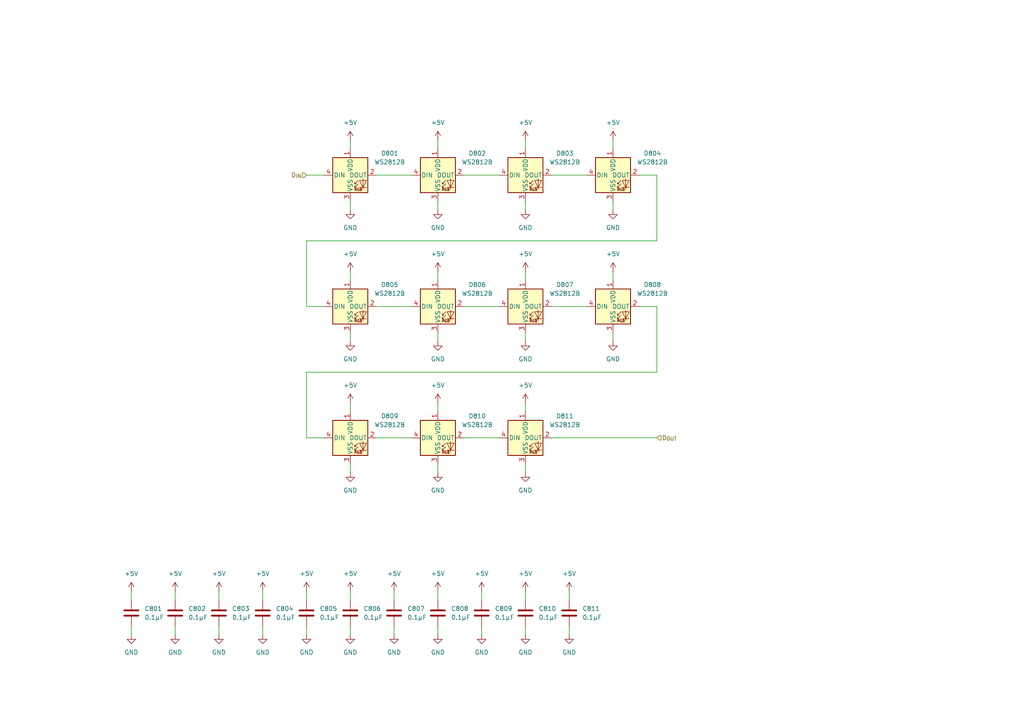
<source format=kicad_sch>
(kicad_sch (version 20231120) (generator "eeschema") (generator_version "8.0")
  (paper "A4")
  (title_block (title "Wordclock - LED Row with 11 pcs.") (date "2024-10-27") (rev "A") (company "ElektroNik Zoller") (comment 1 "Nikolai Zoller") (comment 4 "CERN-OHL-P"))
  (lib_symbols
    (symbol "Device:C" (pin_numbers hide) (pin_names (offset 0.254))
      (property "Reference" "C" (at 0.635 2.54 0))
      (property "Value" "C" (at 0.635 -2.54 0))
      (symbol "C_0_1"
        (polyline (pts (xy -2.032 -0.762) (xy 2.032 -0.762)) (stroke (width 0.508)))
        (polyline (pts (xy -2.032 0.762) (xy 2.032 0.762)) (stroke (width 0.508)))
      )
      (symbol "C_1_1"
        (pin passive line (at 0 3.81 270) (length 2.794) (name "~") (number "1"))
        (pin passive line (at 0 -3.81 90) (length 2.794) (name "~") (number "2"))
      )
    )
    (symbol "LED:WS2812B" (pin_names (offset 0.254))
      (property "Reference" "D" (at 5.08 5.715 0))
      (property "Value" "WS2812B" (at 1.27 -5.715 0))
      (symbol "WS2812B_0_0"
        (text "RGB" (at 2.286 -4.191 0) (effects (font (size 0.762 0.762))))
      )
      (symbol "WS2812B_0_1"
        (polyline (pts (xy 1.27 -3.556) (xy 1.778 -3.556)))
        (polyline (pts (xy 1.27 -2.54) (xy 1.778 -2.54)))
        (polyline (pts (xy 4.699 -3.556) (xy 2.667 -3.556)))
        (polyline (pts (xy 2.286 -2.54) (xy 1.27 -3.556) (xy 1.27 -3.048)))
        (polyline (pts (xy 2.286 -1.524) (xy 1.27 -2.54) (xy 1.27 -2.032)))
        (polyline (pts (xy 3.683 -1.016) (xy 3.683 -3.556) (xy 3.683 -4.064)))
        (polyline (pts (xy 4.699 -1.524) (xy 2.667 -1.524) (xy 3.683 -3.556) (xy 4.699 -1.524)))
        (rectangle (start 5.08 5.08) (end -5.08 -5.08) (stroke (width 0.254)) (fill (type background)))
      )
      (symbol "WS2812B_1_1"
        (pin power_in line (at 0 7.62 270) (length 2.54) (name "VDD") (number "1"))
        (pin output line (at 7.62 0 180) (length 2.54) (name "DOUT") (number "2"))
        (pin power_in line (at 0 -7.62 90) (length 2.54) (name "VSS") (number "3"))
        (pin input line (at -7.62 0 0) (length 2.54) (name "DIN") (number "4"))
      )
    )
    (symbol "power:+5V" (power) (pin_numbers hide) (pin_names (offset 0) hide)
      (property "Value" "+5V" (at 0 3.556 0))
      (symbol "+5V_0_1"
        (polyline (pts (xy -0.762 1.27) (xy 0 2.54)))
        (polyline (pts (xy 0 0) (xy 0 2.54)))
        (polyline (pts (xy 0 2.54) (xy 0.762 1.27)))
      )
      (symbol "+5V_1_1"
        (pin power_in line (at 0 0 90) (length 0) (name "~") (number "1"))
      )
    )
    (symbol "power:GND" (power) (pin_numbers hide) (pin_names (offset 0) hide)
      (property "Value" "GND" (at 0 -3.81 0))
      (symbol "GND_0_1"
        (polyline (pts (xy 0 0) (xy 0 -1.27) (xy 1.27 -1.27) (xy 0 -2.54) (xy -1.27 -1.27) (xy 0 -1.27)))
      )
      (symbol "GND_1_1"
        (pin power_in line (at 0 0 270) (length 0) (name "~") (number "1"))
      )
    )
  )
  (wire (pts (xy 109.22 88.9) (xy 119.38 88.9)))
  (wire (pts (xy 38.1 181.61) (xy 38.1 184.15)))
  (wire (pts (xy 134.62 50.8) (xy 144.78 50.8)))
  (wire (pts (xy 88.9 50.8) (xy 93.98 50.8)))
  (wire (pts (xy 152.4 96.52) (xy 152.4 99.06)))
  (wire (pts (xy 152.4 171.45) (xy 152.4 173.99)))
  (wire (pts (xy 76.2 171.45) (xy 76.2 173.99)))
  (wire (pts (xy 152.4 78.74) (xy 152.4 81.28)))
  (wire (pts (xy 139.7 181.61) (xy 139.7 184.15)))
  (wire (pts (xy 127 96.52) (xy 127 99.06)))
  (wire (pts (xy 101.6 116.84) (xy 101.6 119.38)))
  (wire (pts (xy 185.42 88.9) (xy 190.5 88.9)))
  (wire (pts (xy 127 78.74) (xy 127 81.28)))
  (wire (pts (xy 88.9 88.9) (xy 93.98 88.9)))
  (wire (pts (xy 127 116.84) (xy 127 119.38)))
  (wire (pts (xy 127 40.64) (xy 127 43.18)))
  (wire (pts (xy 101.6 134.62) (xy 101.6 137.16)))
  (wire (pts (xy 88.9 171.45) (xy 88.9 173.99)))
  (wire (pts (xy 190.5 88.9) (xy 190.5 107.95)))
  (wire (pts (xy 139.7 171.45) (xy 139.7 173.99)))
  (wire (pts (xy 63.5 181.61) (xy 63.5 184.15)))
  (wire (pts (xy 165.1 171.45) (xy 165.1 173.99)))
  (wire (pts (xy 101.6 181.61) (xy 101.6 184.15)))
  (wire (pts (xy 114.3 171.45) (xy 114.3 173.99)))
  (wire (pts (xy 190.5 50.8) (xy 190.5 69.85)))
  (wire (pts (xy 165.1 181.61) (xy 165.1 184.15)))
  (wire (pts (xy 134.62 127) (xy 144.78 127)))
  (wire (pts (xy 114.3 181.61) (xy 114.3 184.15)))
  (wire (pts (xy 152.4 134.62) (xy 152.4 137.16)))
  (wire (pts (xy 152.4 40.64) (xy 152.4 43.18)))
  (wire (pts (xy 190.5 69.85) (xy 88.9 69.85)))
  (wire (pts (xy 88.9 181.61) (xy 88.9 184.15)))
  (wire (pts (xy 177.8 78.74) (xy 177.8 81.28)))
  (wire (pts (xy 127 171.45) (xy 127 173.99)))
  (wire (pts (xy 50.8 171.45) (xy 50.8 173.99)))
  (wire (pts (xy 152.4 116.84) (xy 152.4 119.38)))
  (wire (pts (xy 38.1 171.45) (xy 38.1 173.99)))
  (wire (pts (xy 50.8 181.61) (xy 50.8 184.15)))
  (wire (pts (xy 160.02 127) (xy 190.5 127)))
  (wire (pts (xy 127 134.62) (xy 127 137.16)))
  (wire (pts (xy 88.9 107.95) (xy 88.9 127)))
  (wire (pts (xy 109.22 50.8) (xy 119.38 50.8)))
  (wire (pts (xy 177.8 96.52) (xy 177.8 99.06)))
  (wire (pts (xy 88.9 127) (xy 93.98 127)))
  (wire (pts (xy 101.6 171.45) (xy 101.6 173.99)))
  (wire (pts (xy 152.4 58.42) (xy 152.4 60.96)))
  (wire (pts (xy 101.6 58.42) (xy 101.6 60.96)))
  (wire (pts (xy 190.5 107.95) (xy 88.9 107.95)))
  (wire (pts (xy 134.62 88.9) (xy 144.78 88.9)))
  (wire (pts (xy 101.6 96.52) (xy 101.6 99.06)))
  (wire (pts (xy 127 181.61) (xy 127 184.15)))
  (wire (pts (xy 185.42 50.8) (xy 190.5 50.8)))
  (wire (pts (xy 160.02 50.8) (xy 170.18 50.8)))
  (wire (pts (xy 177.8 58.42) (xy 177.8 60.96)))
  (wire (pts (xy 127 58.42) (xy 127 60.96)))
  (wire (pts (xy 101.6 78.74) (xy 101.6 81.28)))
  (wire (pts (xy 63.5 171.45) (xy 63.5 173.99)))
  (wire (pts (xy 76.2 181.61) (xy 76.2 184.15)))
  (wire (pts (xy 177.8 40.64) (xy 177.8 43.18)))
  (wire (pts (xy 160.02 88.9) (xy 170.18 88.9)))
  (wire (pts (xy 109.22 127) (xy 119.38 127)))
  (wire (pts (xy 101.6 40.64) (xy 101.6 43.18)))
  (wire (pts (xy 152.4 181.61) (xy 152.4 184.15)))
  (wire (pts (xy 88.9 69.85) (xy 88.9 88.9)))
  (hierarchical_label "D_{OUT}" (shape input) (at 190.5 127 0))
  (hierarchical_label "D_{IN}" (shape input) (at 88.9 50.8 180))
  (symbol (lib_id "power:+5V") (at 127 40.64 0) (unit 1)
    (property "Reference" "#PWR0802" (effects (hide yes)))
    (property "Value" "+5V" (at 127 35.56 0))
    (property "Description" "Power symbol creates a global label with name \"+5V\"" (effects (hide yes)))
    (instances (project "ESP-Wordclock" (path "" (reference "#PWR0802") (unit 1)) (path "" (reference "#PWR0921") (unit 1)) (path "" (reference "#PWR01421") (unit 1)) (path "" (reference "#PWR01021") (unit 1)) (path "" (reference "#PWR01321") (unit 1)) (path "" (reference "#PWR01221") (unit 1)) (path "" (reference "#PWR01521") (unit 1)) (path "" (reference "#PWR01621") (unit 1)) (path "" (reference "#PWR01721") (unit 1)) (path "" (reference "#PWR01121") (unit 1))))
  )
  (symbol (lib_id "power:GND") (at 152.4 184.15 0) (unit 1)
    (property "Reference" "#PWR0843" (effects (hide yes)))
    (property "Value" "GND" (at 152.4 189.23 0))
    (property "Description" "Power symbol creates a global label with name \"GND\" , ground" (effects (hide yes)))
    (instances (project "ESP-Wordclock" (path "" (reference "#PWR0843") (unit 1)) (path "" (reference "#PWR0938") (unit 1)) (path "" (reference "#PWR01438") (unit 1)) (path "" (reference "#PWR01038") (unit 1)) (path "" (reference "#PWR01338") (unit 1)) (path "" (reference "#PWR01238") (unit 1)) (path "" (reference "#PWR01538") (unit 1)) (path "" (reference "#PWR01638") (unit 1)) (path "" (reference "#PWR01738") (unit 1)) (path "" (reference "#PWR01138") (unit 1))))
  )
  (symbol (lib_id "power:+5V") (at 101.6 171.45 0) (unit 1)
    (property "Reference" "#PWR0828" (effects (hide yes)))
    (property "Value" "+5V" (at 101.6 166.37 0))
    (property "Description" "Power symbol creates a global label with name \"+5V\"" (effects (hide yes)))
    (instances (project "ESP-Wordclock" (path "" (reference "#PWR0828") (unit 1)) (path "" (reference "#PWR0917") (unit 1)) (path "" (reference "#PWR01417") (unit 1)) (path "" (reference "#PWR01017") (unit 1)) (path "" (reference "#PWR01317") (unit 1)) (path "" (reference "#PWR01217") (unit 1)) (path "" (reference "#PWR01517") (unit 1)) (path "" (reference "#PWR01617") (unit 1)) (path "" (reference "#PWR01717") (unit 1)) (path "" (reference "#PWR01117") (unit 1))))
  )
  (symbol (lib_id "power:+5V") (at 127 116.84 0) (unit 1)
    (property "Reference" "#PWR0818" (effects (hide yes)))
    (property "Value" "+5V" (at 127 111.76 0))
    (property "Description" "Power symbol creates a global label with name \"+5V\"" (effects (hide yes)))
    (instances (project "ESP-Wordclock" (path "" (reference "#PWR0818") (unit 1)) (path "" (reference "#PWR0925") (unit 1)) (path "" (reference "#PWR01425") (unit 1)) (path "" (reference "#PWR01025") (unit 1)) (path "" (reference "#PWR01325") (unit 1)) (path "" (reference "#PWR01225") (unit 1)) (path "" (reference "#PWR01525") (unit 1)) (path "" (reference "#PWR01625") (unit 1)) (path "" (reference "#PWR01725") (unit 1)) (path "" (reference "#PWR01125") (unit 1))))
  )
  (symbol (lib_id "Device:C") (at 165.1 177.8 0) (unit 1)
    (property "Reference" "C811" (at 168.91 176.5299 0) (effects (justify left)))
    (property "Value" "0.1µF" (at 168.91 179.0699 0) (effects (justify left)))
    (property "Description" "Unpolarized capacitor" (effects (hide yes)))
    (instances (project "ESP-Wordclock" (path "" (reference "C811") (unit 1)) (path "" (reference "C911") (unit 1)) (path "" (reference "C1411") (unit 1)) (path "" (reference "C1011") (unit 1)) (path "" (reference "C1311") (unit 1)) (path "" (reference "C1211") (unit 1)) (path "" (reference "C1511") (unit 1)) (path "" (reference "C1611") (unit 1)) (path "" (reference "C1711") (unit 1)) (path "" (reference "C1111") (unit 1))))
  )
  (symbol (lib_id "power:+5V") (at 152.4 171.45 0) (unit 1)
    (property "Reference" "#PWR0832" (effects (hide yes)))
    (property "Value" "+5V" (at 152.4 166.37 0))
    (property "Description" "Power symbol creates a global label with name \"+5V\"" (effects (hide yes)))
    (instances (project "ESP-Wordclock" (path "" (reference "#PWR0832") (unit 1)) (path "" (reference "#PWR0937") (unit 1)) (path "" (reference "#PWR01437") (unit 1)) (path "" (reference "#PWR01037") (unit 1)) (path "" (reference "#PWR01337") (unit 1)) (path "" (reference "#PWR01237") (unit 1)) (path "" (reference "#PWR01537") (unit 1)) (path "" (reference "#PWR01637") (unit 1)) (path "" (reference "#PWR01737") (unit 1)) (path "" (reference "#PWR01137") (unit 1))))
  )
  (symbol (lib_id "power:+5V") (at 165.1 171.45 0) (unit 1)
    (property "Reference" "#PWR0833" (effects (hide yes)))
    (property "Value" "+5V" (at 165.1 166.37 0))
    (property "Description" "Power symbol creates a global label with name \"+5V\"" (effects (hide yes)))
    (instances (project "ESP-Wordclock" (path "" (reference "#PWR0833") (unit 1)) (path "" (reference "#PWR0939") (unit 1)) (path "" (reference "#PWR01439") (unit 1)) (path "" (reference "#PWR01039") (unit 1)) (path "" (reference "#PWR01339") (unit 1)) (path "" (reference "#PWR01239") (unit 1)) (path "" (reference "#PWR01539") (unit 1)) (path "" (reference "#PWR01639") (unit 1)) (path "" (reference "#PWR01739") (unit 1)) (path "" (reference "#PWR01139") (unit 1))))
  )
  (symbol (lib_id "Device:C") (at 114.3 177.8 0) (unit 1)
    (property "Reference" "C807" (at 118.11 176.5299 0) (effects (justify left)))
    (property "Value" "0.1µF" (at 118.11 179.0699 0) (effects (justify left)))
    (property "Description" "Unpolarized capacitor" (effects (hide yes)))
    (instances (project "ESP-Wordclock" (path "" (reference "C807") (unit 1)) (path "" (reference "C907") (unit 1)) (path "" (reference "C1407") (unit 1)) (path "" (reference "C1007") (unit 1)) (path "" (reference "C1307") (unit 1)) (path "" (reference "C1207") (unit 1)) (path "" (reference "C1507") (unit 1)) (path "" (reference "C1607") (unit 1)) (path "" (reference "C1707") (unit 1)) (path "" (reference "C1107") (unit 1))))
  )
  (symbol (lib_id "power:GND") (at 152.4 137.16 0) (unit 1)
    (property "Reference" "#PWR0822" (effects (hide yes)))
    (property "Value" "GND" (at 152.4 142.24 0))
    (property "Description" "Power symbol creates a global label with name \"GND\" , ground" (effects (hide yes)))
    (instances (project "ESP-Wordclock" (path "" (reference "#PWR0822") (unit 1)) (path "" (reference "#PWR0936") (unit 1)) (path "" (reference "#PWR01436") (unit 1)) (path "" (reference "#PWR01036") (unit 1)) (path "" (reference "#PWR01336") (unit 1)) (path "" (reference "#PWR01236") (unit 1)) (path "" (reference "#PWR01536") (unit 1)) (path "" (reference "#PWR01636") (unit 1)) (path "" (reference "#PWR01736") (unit 1)) (path "" (reference "#PWR01136") (unit 1))))
  )
  (symbol (lib_id "power:GND") (at 177.8 60.96 0) (unit 1)
    (property "Reference" "#PWR0808" (effects (hide yes)))
    (property "Value" "GND" (at 177.8 66.04 0))
    (property "Description" "Power symbol creates a global label with name \"GND\" , ground" (effects (hide yes)))
    (instances (project "ESP-Wordclock" (path "" (reference "#PWR0808") (unit 1)) (path "" (reference "#PWR0942") (unit 1)) (path "" (reference "#PWR01442") (unit 1)) (path "" (reference "#PWR01042") (unit 1)) (path "" (reference "#PWR01342") (unit 1)) (path "" (reference "#PWR01242") (unit 1)) (path "" (reference "#PWR01542") (unit 1)) (path "" (reference "#PWR01642") (unit 1)) (path "" (reference "#PWR01742") (unit 1)) (path "" (reference "#PWR01142") (unit 1))))
  )
  (symbol (lib_id "power:+5V") (at 101.6 40.64 0) (unit 1)
    (property "Reference" "#PWR0801" (effects (hide yes)))
    (property "Value" "+5V" (at 101.6 35.56 0))
    (property "Description" "Power symbol creates a global label with name \"+5V\"" (effects (hide yes)))
    (instances (project "ESP-Wordclock" (path "" (reference "#PWR0801") (unit 1)) (path "" (reference "#PWR0911") (unit 1)) (path "" (reference "#PWR01411") (unit 1)) (path "" (reference "#PWR01011") (unit 1)) (path "" (reference "#PWR01311") (unit 1)) (path "" (reference "#PWR01211") (unit 1)) (path "" (reference "#PWR01511") (unit 1)) (path "" (reference "#PWR01611") (unit 1)) (path "" (reference "#PWR01711") (unit 1)) (path "" (reference "#PWR01111") (unit 1))))
  )
  (symbol (lib_id "power:GND") (at 177.8 99.06 0) (unit 1)
    (property "Reference" "#PWR0816" (effects (hide yes)))
    (property "Value" "GND" (at 177.8 104.14 0))
    (property "Description" "Power symbol creates a global label with name \"GND\" , ground" (effects (hide yes)))
    (instances (project "ESP-Wordclock" (path "" (reference "#PWR0816") (unit 1)) (path "" (reference "#PWR0944") (unit 1)) (path "" (reference "#PWR01444") (unit 1)) (path "" (reference "#PWR01044") (unit 1)) (path "" (reference "#PWR01344") (unit 1)) (path "" (reference "#PWR01244") (unit 1)) (path "" (reference "#PWR01544") (unit 1)) (path "" (reference "#PWR01644") (unit 1)) (path "" (reference "#PWR01744") (unit 1)) (path "" (reference "#PWR01144") (unit 1))))
  )
  (symbol (lib_id "power:+5V") (at 76.2 171.45 0) (unit 1)
    (property "Reference" "#PWR0826" (effects (hide yes)))
    (property "Value" "+5V" (at 76.2 166.37 0))
    (property "Description" "Power symbol creates a global label with name \"+5V\"" (effects (hide yes)))
    (instances (project "ESP-Wordclock" (path "" (reference "#PWR0826") (unit 1)) (path "" (reference "#PWR0907") (unit 1)) (path "" (reference "#PWR01407") (unit 1)) (path "" (reference "#PWR01007") (unit 1)) (path "" (reference "#PWR01307") (unit 1)) (path "" (reference "#PWR01207") (unit 1)) (path "" (reference "#PWR01507") (unit 1)) (path "" (reference "#PWR01607") (unit 1)) (path "" (reference "#PWR01707") (unit 1)) (path "" (reference "#PWR01107") (unit 1))))
  )
  (symbol (lib_id "power:GND") (at 139.7 184.15 0) (unit 1)
    (property "Reference" "#PWR0842" (effects (hide yes)))
    (property "Value" "GND" (at 139.7 189.23 0))
    (property "Description" "Power symbol creates a global label with name \"GND\" , ground" (effects (hide yes)))
    (instances (project "ESP-Wordclock" (path "" (reference "#PWR0842") (unit 1)) (path "" (reference "#PWR0930") (unit 1)) (path "" (reference "#PWR01430") (unit 1)) (path "" (reference "#PWR01030") (unit 1)) (path "" (reference "#PWR01330") (unit 1)) (path "" (reference "#PWR01230") (unit 1)) (path "" (reference "#PWR01530") (unit 1)) (path "" (reference "#PWR01630") (unit 1)) (path "" (reference "#PWR01730") (unit 1)) (path "" (reference "#PWR01130") (unit 1))))
  )
  (symbol (lib_id "power:+5V") (at 152.4 116.84 0) (unit 1)
    (property "Reference" "#PWR0819" (effects (hide yes)))
    (property "Value" "+5V" (at 152.4 111.76 0))
    (property "Description" "Power symbol creates a global label with name \"+5V\"" (effects (hide yes)))
    (instances (project "ESP-Wordclock" (path "" (reference "#PWR0819") (unit 1)) (path "" (reference "#PWR0935") (unit 1)) (path "" (reference "#PWR01435") (unit 1)) (path "" (reference "#PWR01035") (unit 1)) (path "" (reference "#PWR01335") (unit 1)) (path "" (reference "#PWR01235") (unit 1)) (path "" (reference "#PWR01535") (unit 1)) (path "" (reference "#PWR01635") (unit 1)) (path "" (reference "#PWR01735") (unit 1)) (path "" (reference "#PWR01135") (unit 1))))
  )
  (symbol (lib_id "power:GND") (at 63.5 184.15 0) (unit 1)
    (property "Reference" "#PWR0836" (effects (hide yes)))
    (property "Value" "GND" (at 63.5 189.23 0))
    (property "Description" "Power symbol creates a global label with name \"GND\" , ground" (effects (hide yes)))
    (instances (project "ESP-Wordclock" (path "" (reference "#PWR0836") (unit 1)) (path "" (reference "#PWR0906") (unit 1)) (path "" (reference "#PWR01406") (unit 1)) (path "" (reference "#PWR01006") (unit 1)) (path "" (reference "#PWR01306") (unit 1)) (path "" (reference "#PWR01206") (unit 1)) (path "" (reference "#PWR01506") (unit 1)) (path "" (reference "#PWR01606") (unit 1)) (path "" (reference "#PWR01706") (unit 1)) (path "" (reference "#PWR01106") (unit 1))))
  )
  (symbol (lib_id "power:GND") (at 127 99.06 0) (unit 1)
    (property "Reference" "#PWR0814" (effects (hide yes)))
    (property "Value" "GND" (at 127 104.14 0))
    (property "Description" "Power symbol creates a global label with name \"GND\" , ground" (effects (hide yes)))
    (instances (project "ESP-Wordclock" (path "" (reference "#PWR0814") (unit 1)) (path "" (reference "#PWR0924") (unit 1)) (path "" (reference "#PWR01424") (unit 1)) (path "" (reference "#PWR01024") (unit 1)) (path "" (reference "#PWR01324") (unit 1)) (path "" (reference "#PWR01224") (unit 1)) (path "" (reference "#PWR01524") (unit 1)) (path "" (reference "#PWR01624") (unit 1)) (path "" (reference "#PWR01724") (unit 1)) (path "" (reference "#PWR01124") (unit 1))))
  )
  (symbol (lib_id "power:+5V") (at 101.6 78.74 0) (unit 1)
    (property "Reference" "#PWR0809" (effects (hide yes)))
    (property "Value" "+5V" (at 101.6 73.66 0))
    (property "Description" "Power symbol creates a global label with name \"+5V\"" (effects (hide yes)))
    (instances (project "ESP-Wordclock" (path "" (reference "#PWR0809") (unit 1)) (path "" (reference "#PWR0913") (unit 1)) (path "" (reference "#PWR01413") (unit 1)) (path "" (reference "#PWR01013") (unit 1)) (path "" (reference "#PWR01313") (unit 1)) (path "" (reference "#PWR01213") (unit 1)) (path "" (reference "#PWR01513") (unit 1)) (path "" (reference "#PWR01613") (unit 1)) (path "" (reference "#PWR01713") (unit 1)) (path "" (reference "#PWR01113") (unit 1))))
  )
  (symbol (lib_id "LED:WS2812B") (at 101.6 88.9 0) (unit 1)
    (property "Reference" "D805" (at 113.03 82.5814 0))
    (property "Value" "WS2812B" (at 113.03 85.1214 0))
    (property "Footprint" "LED_SMD:LED_WS2812B_PLCC4_5.0x5.0mm_P3.2mm" (effects (hide yes)))
    (property "Datasheet" "https://cdn-shop.adafruit.com/datasheets/WS2812B.pdf" (effects (hide yes)))
    (property "Description" "RGB LED with integrated controller" (effects (hide yes)))
    (property "Manufacturer" "SparkFun Electronics" (effects (hide yes)))
    (property "Manufacturer Part no." "COM-16347" (effects (hide yes)))
    (property "Vendor 1" "Digikey" (effects (hide yes)))
    (property "Vendor 1 Part no." "1568-COM-16347CT-ND" (effects (hide yes)))
    (property "Vendor 2" "LCSC" (effects (hide yes)))
    (property "Vendor 2 Part no." "C114586" (effects (hide yes)))
    (instances (project "ESP-Wordclock" (path "" (reference "D805") (unit 1)) (path "" (reference "D902") (unit 1)) (path "" (reference "D1402") (unit 1)) (path "" (reference "D1002") (unit 1)) (path "" (reference "D1302") (unit 1)) (path "" (reference "D1202") (unit 1)) (path "" (reference "D1502") (unit 1)) (path "" (reference "D1602") (unit 1)) (path "" (reference "D1702") (unit 1)) (path "" (reference "D1102") (unit 1))))
  )
  (symbol (lib_id "power:GND") (at 152.4 99.06 0) (unit 1)
    (property "Reference" "#PWR0815" (effects (hide yes)))
    (property "Value" "GND" (at 152.4 104.14 0))
    (property "Description" "Power symbol creates a global label with name \"GND\" , ground" (effects (hide yes)))
    (instances (project "ESP-Wordclock" (path "" (reference "#PWR0815") (unit 1)) (path "" (reference "#PWR0934") (unit 1)) (path "" (reference "#PWR01434") (unit 1)) (path "" (reference "#PWR01034") (unit 1)) (path "" (reference "#PWR01334") (unit 1)) (path "" (reference "#PWR01234") (unit 1)) (path "" (reference "#PWR01534") (unit 1)) (path "" (reference "#PWR01634") (unit 1)) (path "" (reference "#PWR01734") (unit 1)) (path "" (reference "#PWR01134") (unit 1))))
  )
  (symbol (lib_id "power:GND") (at 88.9 184.15 0) (unit 1)
    (property "Reference" "#PWR0838" (effects (hide yes)))
    (property "Value" "GND" (at 88.9 189.23 0))
    (property "Description" "Power symbol creates a global label with name \"GND\" , ground" (effects (hide yes)))
    (instances (project "ESP-Wordclock" (path "" (reference "#PWR0838") (unit 1)) (path "" (reference "#PWR0910") (unit 1)) (path "" (reference "#PWR01410") (unit 1)) (path "" (reference "#PWR01010") (unit 1)) (path "" (reference "#PWR01310") (unit 1)) (path "" (reference "#PWR01210") (unit 1)) (path "" (reference "#PWR01510") (unit 1)) (path "" (reference "#PWR01610") (unit 1)) (path "" (reference "#PWR01710") (unit 1)) (path "" (reference "#PWR01110") (unit 1))))
  )
  (symbol (lib_id "power:GND") (at 101.6 99.06 0) (unit 1)
    (property "Reference" "#PWR0813" (effects (hide yes)))
    (property "Value" "GND" (at 101.6 104.14 0))
    (property "Description" "Power symbol creates a global label with name \"GND\" , ground" (effects (hide yes)))
    (instances (project "ESP-Wordclock" (path "" (reference "#PWR0813") (unit 1)) (path "" (reference "#PWR0914") (unit 1)) (path "" (reference "#PWR01414") (unit 1)) (path "" (reference "#PWR01014") (unit 1)) (path "" (reference "#PWR01314") (unit 1)) (path "" (reference "#PWR01214") (unit 1)) (path "" (reference "#PWR01514") (unit 1)) (path "" (reference "#PWR01614") (unit 1)) (path "" (reference "#PWR01714") (unit 1)) (path "" (reference "#PWR01114") (unit 1))))
  )
  (symbol (lib_id "LED:WS2812B") (at 152.4 88.9 0) (unit 1)
    (property "Reference" "D807" (at 163.83 82.5814 0))
    (property "Value" "WS2812B" (at 163.83 85.1214 0))
    (property "Footprint" "LED_SMD:LED_WS2812B_PLCC4_5.0x5.0mm_P3.2mm" (effects (hide yes)))
    (property "Datasheet" "https://cdn-shop.adafruit.com/datasheets/WS2812B.pdf" (effects (hide yes)))
    (property "Description" "RGB LED with integrated controller" (effects (hide yes)))
    (property "Manufacturer" "SparkFun Electronics" (effects (hide yes)))
    (property "Manufacturer Part no." "COM-16347" (effects (hide yes)))
    (property "Vendor 1" "Digikey" (effects (hide yes)))
    (property "Vendor 1 Part no." "1568-COM-16347CT-ND" (effects (hide yes)))
    (property "Vendor 2" "LCSC" (effects (hide yes)))
    (property "Vendor 2 Part no." "C114586" (effects (hide yes)))
    (instances (project "ESP-Wordclock" (path "" (reference "D807") (unit 1)) (path "" (reference "D908") (unit 1)) (path "" (reference "D1408") (unit 1)) (path "" (reference "D1008") (unit 1)) (path "" (reference "D1308") (unit 1)) (path "" (reference "D1208") (unit 1)) (path "" (reference "D1508") (unit 1)) (path "" (reference "D1608") (unit 1)) (path "" (reference "D1708") (unit 1)) (path "" (reference "D1108") (unit 1))))
  )
  (symbol (lib_id "power:GND") (at 76.2 184.15 0) (unit 1)
    (property "Reference" "#PWR0837" (effects (hide yes)))
    (property "Value" "GND" (at 76.2 189.23 0))
    (property "Description" "Power symbol creates a global label with name \"GND\" , ground" (effects (hide yes)))
    (instances (project "ESP-Wordclock" (path "" (reference "#PWR0837") (unit 1)) (path "" (reference "#PWR0908") (unit 1)) (path "" (reference "#PWR01408") (unit 1)) (path "" (reference "#PWR01008") (unit 1)) (path "" (reference "#PWR01308") (unit 1)) (path "" (reference "#PWR01208") (unit 1)) (path "" (reference "#PWR01508") (unit 1)) (path "" (reference "#PWR01608") (unit 1)) (path "" (reference "#PWR01708") (unit 1)) (path "" (reference "#PWR01108") (unit 1))))
  )
  (symbol (lib_id "power:+5V") (at 139.7 171.45 0) (unit 1)
    (property "Reference" "#PWR0831" (effects (hide yes)))
    (property "Value" "+5V" (at 139.7 166.37 0))
    (property "Description" "Power symbol creates a global label with name \"+5V\"" (effects (hide yes)))
    (instances (project "ESP-Wordclock" (path "" (reference "#PWR0831") (unit 1)) (path "" (reference "#PWR0929") (unit 1)) (path "" (reference "#PWR01429") (unit 1)) (path "" (reference "#PWR01029") (unit 1)) (path "" (reference "#PWR01329") (unit 1)) (path "" (reference "#PWR01229") (unit 1)) (path "" (reference "#PWR01529") (unit 1)) (path "" (reference "#PWR01629") (unit 1)) (path "" (reference "#PWR01729") (unit 1)) (path "" (reference "#PWR01129") (unit 1))))
  )
  (symbol (lib_id "Device:C") (at 88.9 177.8 0) (unit 1)
    (property "Reference" "C805" (at 92.71 176.5299 0) (effects (justify left)))
    (property "Value" "0.1µF" (at 92.71 179.0699 0) (effects (justify left)))
    (property "Description" "Unpolarized capacitor" (effects (hide yes)))
    (instances (project "ESP-Wordclock" (path "" (reference "C805") (unit 1)) (path "" (reference "C905") (unit 1)) (path "" (reference "C1405") (unit 1)) (path "" (reference "C1005") (unit 1)) (path "" (reference "C1305") (unit 1)) (path "" (reference "C1205") (unit 1)) (path "" (reference "C1505") (unit 1)) (path "" (reference "C1605") (unit 1)) (path "" (reference "C1705") (unit 1)) (path "" (reference "C1105") (unit 1))))
  )
  (symbol (lib_id "Device:C") (at 76.2 177.8 0) (unit 1)
    (property "Reference" "C804" (at 80.01 176.5299 0) (effects (justify left)))
    (property "Value" "0.1µF" (at 80.01 179.0699 0) (effects (justify left)))
    (property "Description" "Unpolarized capacitor" (effects (hide yes)))
    (instances (project "ESP-Wordclock" (path "" (reference "C804") (unit 1)) (path "" (reference "C904") (unit 1)) (path "" (reference "C1404") (unit 1)) (path "" (reference "C1004") (unit 1)) (path "" (reference "C1304") (unit 1)) (path "" (reference "C1204") (unit 1)) (path "" (reference "C1504") (unit 1)) (path "" (reference "C1604") (unit 1)) (path "" (reference "C1704") (unit 1)) (path "" (reference "C1104") (unit 1))))
  )
  (symbol (lib_id "power:+5V") (at 177.8 78.74 0) (unit 1)
    (property "Reference" "#PWR0812" (effects (hide yes)))
    (property "Value" "+5V" (at 177.8 73.66 0))
    (property "Description" "Power symbol creates a global label with name \"+5V\"" (effects (hide yes)))
    (instances (project "ESP-Wordclock" (path "" (reference "#PWR0812") (unit 1)) (path "" (reference "#PWR0943") (unit 1)) (path "" (reference "#PWR01443") (unit 1)) (path "" (reference "#PWR01043") (unit 1)) (path "" (reference "#PWR01343") (unit 1)) (path "" (reference "#PWR01243") (unit 1)) (path "" (reference "#PWR01543") (unit 1)) (path "" (reference "#PWR01643") (unit 1)) (path "" (reference "#PWR01743") (unit 1)) (path "" (reference "#PWR01143") (unit 1))))
  )
  (symbol (lib_id "power:GND") (at 101.6 184.15 0) (unit 1)
    (property "Reference" "#PWR0839" (effects (hide yes)))
    (property "Value" "GND" (at 101.6 189.23 0))
    (property "Description" "Power symbol creates a global label with name \"GND\" , ground" (effects (hide yes)))
    (instances (project "ESP-Wordclock" (path "" (reference "#PWR0839") (unit 1)) (path "" (reference "#PWR0918") (unit 1)) (path "" (reference "#PWR01418") (unit 1)) (path "" (reference "#PWR01018") (unit 1)) (path "" (reference "#PWR01318") (unit 1)) (path "" (reference "#PWR01218") (unit 1)) (path "" (reference "#PWR01518") (unit 1)) (path "" (reference "#PWR01618") (unit 1)) (path "" (reference "#PWR01718") (unit 1)) (path "" (reference "#PWR01118") (unit 1))))
  )
  (symbol (lib_id "power:GND") (at 114.3 184.15 0) (unit 1)
    (property "Reference" "#PWR0840" (effects (hide yes)))
    (property "Value" "GND" (at 114.3 189.23 0))
    (property "Description" "Power symbol creates a global label with name \"GND\" , ground" (effects (hide yes)))
    (instances (project "ESP-Wordclock" (path "" (reference "#PWR0840") (unit 1)) (path "" (reference "#PWR0920") (unit 1)) (path "" (reference "#PWR01420") (unit 1)) (path "" (reference "#PWR01020") (unit 1)) (path "" (reference "#PWR01320") (unit 1)) (path "" (reference "#PWR01220") (unit 1)) (path "" (reference "#PWR01520") (unit 1)) (path "" (reference "#PWR01620") (unit 1)) (path "" (reference "#PWR01720") (unit 1)) (path "" (reference "#PWR01120") (unit 1))))
  )
  (symbol (lib_id "Device:C") (at 127 177.8 0) (unit 1)
    (property "Reference" "C808" (at 130.81 176.5299 0) (effects (justify left)))
    (property "Value" "0.1µF" (at 130.81 179.0699 0) (effects (justify left)))
    (property "Description" "Unpolarized capacitor" (effects (hide yes)))
    (instances (project "ESP-Wordclock" (path "" (reference "C808") (unit 1)) (path "" (reference "C908") (unit 1)) (path "" (reference "C1408") (unit 1)) (path "" (reference "C1008") (unit 1)) (path "" (reference "C1308") (unit 1)) (path "" (reference "C1208") (unit 1)) (path "" (reference "C1508") (unit 1)) (path "" (reference "C1608") (unit 1)) (path "" (reference "C1708") (unit 1)) (path "" (reference "C1108") (unit 1))))
  )
  (symbol (lib_id "power:+5V") (at 177.8 40.64 0) (unit 1)
    (property "Reference" "#PWR0804" (effects (hide yes)))
    (property "Value" "+5V" (at 177.8 35.56 0))
    (property "Description" "Power symbol creates a global label with name \"+5V\"" (effects (hide yes)))
    (instances (project "ESP-Wordclock" (path "" (reference "#PWR0804") (unit 1)) (path "" (reference "#PWR0941") (unit 1)) (path "" (reference "#PWR01441") (unit 1)) (path "" (reference "#PWR01041") (unit 1)) (path "" (reference "#PWR01341") (unit 1)) (path "" (reference "#PWR01241") (unit 1)) (path "" (reference "#PWR01541") (unit 1)) (path "" (reference "#PWR01641") (unit 1)) (path "" (reference "#PWR01741") (unit 1)) (path "" (reference "#PWR01141") (unit 1))))
  )
  (symbol (lib_id "power:GND") (at 50.8 184.15 0) (unit 1)
    (property "Reference" "#PWR0835" (effects (hide yes)))
    (property "Value" "GND" (at 50.8 189.23 0))
    (property "Description" "Power symbol creates a global label with name \"GND\" , ground" (effects (hide yes)))
    (instances (project "ESP-Wordclock" (path "" (reference "#PWR0835") (unit 1)) (path "" (reference "#PWR0904") (unit 1)) (path "" (reference "#PWR01404") (unit 1)) (path "" (reference "#PWR01004") (unit 1)) (path "" (reference "#PWR01304") (unit 1)) (path "" (reference "#PWR01204") (unit 1)) (path "" (reference "#PWR01504") (unit 1)) (path "" (reference "#PWR01604") (unit 1)) (path "" (reference "#PWR01704") (unit 1)) (path "" (reference "#PWR01104") (unit 1))))
  )
  (symbol (lib_id "power:GND") (at 127 184.15 0) (unit 1)
    (property "Reference" "#PWR0841" (effects (hide yes)))
    (property "Value" "GND" (at 127 189.23 0))
    (property "Description" "Power symbol creates a global label with name \"GND\" , ground" (effects (hide yes)))
    (instances (project "ESP-Wordclock" (path "" (reference "#PWR0841") (unit 1)) (path "" (reference "#PWR0928") (unit 1)) (path "" (reference "#PWR01428") (unit 1)) (path "" (reference "#PWR01028") (unit 1)) (path "" (reference "#PWR01328") (unit 1)) (path "" (reference "#PWR01228") (unit 1)) (path "" (reference "#PWR01528") (unit 1)) (path "" (reference "#PWR01628") (unit 1)) (path "" (reference "#PWR01728") (unit 1)) (path "" (reference "#PWR01128") (unit 1))))
  )
  (symbol (lib_id "power:+5V") (at 127 78.74 0) (unit 1)
    (property "Reference" "#PWR0810" (effects (hide yes)))
    (property "Value" "+5V" (at 127 73.66 0))
    (property "Description" "Power symbol creates a global label with name \"+5V\"" (effects (hide yes)))
    (instances (project "ESP-Wordclock" (path "" (reference "#PWR0810") (unit 1)) (path "" (reference "#PWR0923") (unit 1)) (path "" (reference "#PWR01423") (unit 1)) (path "" (reference "#PWR01023") (unit 1)) (path "" (reference "#PWR01323") (unit 1)) (path "" (reference "#PWR01223") (unit 1)) (path "" (reference "#PWR01523") (unit 1)) (path "" (reference "#PWR01623") (unit 1)) (path "" (reference "#PWR01723") (unit 1)) (path "" (reference "#PWR01123") (unit 1))))
  )
  (symbol (lib_id "LED:WS2812B") (at 127 50.8 0) (unit 1)
    (property "Reference" "D802" (at 138.43 44.4814 0))
    (property "Value" "WS2812B" (at 138.43 47.0214 0))
    (property "Footprint" "LED_SMD:LED_WS2812B_PLCC4_5.0x5.0mm_P3.2mm" (effects (hide yes)))
    (property "Datasheet" "https://cdn-shop.adafruit.com/datasheets/WS2812B.pdf" (effects (hide yes)))
    (property "Description" "RGB LED with integrated controller" (effects (hide yes)))
    (property "Manufacturer" "SparkFun Electronics" (effects (hide yes)))
    (property "Manufacturer Part no." "COM-16347" (effects (hide yes)))
    (property "Vendor 1" "Digikey" (effects (hide yes)))
    (property "Vendor 1 Part no." "1568-COM-16347CT-ND" (effects (hide yes)))
    (property "Vendor 2" "LCSC" (effects (hide yes)))
    (property "Vendor 2 Part no." "C114586" (effects (hide yes)))
    (instances (project "ESP-Wordclock" (path "" (reference "D802") (unit 1)) (path "" (reference "D904") (unit 1)) (path "" (reference "D1404") (unit 1)) (path "" (reference "D1004") (unit 1)) (path "" (reference "D1304") (unit 1)) (path "" (reference "D1204") (unit 1)) (path "" (reference "D1504") (unit 1)) (path "" (reference "D1604") (unit 1)) (path "" (reference "D1704") (unit 1)) (path "" (reference "D1104") (unit 1))))
  )
  (symbol (lib_id "power:+5V") (at 88.9 171.45 0) (unit 1)
    (property "Reference" "#PWR0827" (effects (hide yes)))
    (property "Value" "+5V" (at 88.9 166.37 0))
    (property "Description" "Power symbol creates a global label with name \"+5V\"" (effects (hide yes)))
    (instances (project "ESP-Wordclock" (path "" (reference "#PWR0827") (unit 1)) (path "" (reference "#PWR0909") (unit 1)) (path "" (reference "#PWR01409") (unit 1)) (path "" (reference "#PWR01009") (unit 1)) (path "" (reference "#PWR01309") (unit 1)) (path "" (reference "#PWR01209") (unit 1)) (path "" (reference "#PWR01509") (unit 1)) (path "" (reference "#PWR01609") (unit 1)) (path "" (reference "#PWR01709") (unit 1)) (path "" (reference "#PWR01109") (unit 1))))
  )
  (symbol (lib_id "power:GND") (at 127 60.96 0) (unit 1)
    (property "Reference" "#PWR0806" (effects (hide yes)))
    (property "Value" "GND" (at 127 66.04 0))
    (property "Description" "Power symbol creates a global label with name \"GND\" , ground" (effects (hide yes)))
    (instances (project "ESP-Wordclock" (path "" (reference "#PWR0806") (unit 1)) (path "" (reference "#PWR0922") (unit 1)) (path "" (reference "#PWR01422") (unit 1)) (path "" (reference "#PWR01022") (unit 1)) (path "" (reference "#PWR01322") (unit 1)) (path "" (reference "#PWR01222") (unit 1)) (path "" (reference "#PWR01522") (unit 1)) (path "" (reference "#PWR01622") (unit 1)) (path "" (reference "#PWR01722") (unit 1)) (path "" (reference "#PWR01122") (unit 1))))
  )
  (symbol (lib_id "power:+5V") (at 114.3 171.45 0) (unit 1)
    (property "Reference" "#PWR0829" (effects (hide yes)))
    (property "Value" "+5V" (at 114.3 166.37 0))
    (property "Description" "Power symbol creates a global label with name \"+5V\"" (effects (hide yes)))
    (instances (project "ESP-Wordclock" (path "" (reference "#PWR0829") (unit 1)) (path "" (reference "#PWR0919") (unit 1)) (path "" (reference "#PWR01419") (unit 1)) (path "" (reference "#PWR01019") (unit 1)) (path "" (reference "#PWR01319") (unit 1)) (path "" (reference "#PWR01219") (unit 1)) (path "" (reference "#PWR01519") (unit 1)) (path "" (reference "#PWR01619") (unit 1)) (path "" (reference "#PWR01719") (unit 1)) (path "" (reference "#PWR01119") (unit 1))))
  )
  (symbol (lib_id "LED:WS2812B") (at 127 88.9 0) (unit 1)
    (property "Reference" "D806" (at 138.43 82.5814 0))
    (property "Value" "WS2812B" (at 138.43 85.1214 0))
    (property "Footprint" "LED_SMD:LED_WS2812B_PLCC4_5.0x5.0mm_P3.2mm" (effects (hide yes)))
    (property "Datasheet" "https://cdn-shop.adafruit.com/datasheets/WS2812B.pdf" (effects (hide yes)))
    (property "Description" "RGB LED with integrated controller" (effects (hide yes)))
    (property "Manufacturer" "SparkFun Electronics" (effects (hide yes)))
    (property "Manufacturer Part no." "COM-16347" (effects (hide yes)))
    (property "Vendor 1" "Digikey" (effects (hide yes)))
    (property "Vendor 1 Part no." "1568-COM-16347CT-ND" (effects (hide yes)))
    (property "Vendor 2" "LCSC" (effects (hide yes)))
    (property "Vendor 2 Part no." "C114586" (effects (hide yes)))
    (instances (project "ESP-Wordclock" (path "" (reference "D806") (unit 1)) (path "" (reference "D905") (unit 1)) (path "" (reference "D1405") (unit 1)) (path "" (reference "D1005") (unit 1)) (path "" (reference "D1305") (unit 1)) (path "" (reference "D1205") (unit 1)) (path "" (reference "D1505") (unit 1)) (path "" (reference "D1605") (unit 1)) (path "" (reference "D1705") (unit 1)) (path "" (reference "D1105") (unit 1))))
  )
  (symbol (lib_id "LED:WS2812B") (at 152.4 127 0) (unit 1)
    (property "Reference" "D811" (at 163.83 120.6814 0))
    (property "Value" "WS2812B" (at 163.83 123.2214 0))
    (property "Footprint" "LED_SMD:LED_WS2812B_PLCC4_5.0x5.0mm_P3.2mm" (effects (hide yes)))
    (property "Datasheet" "https://cdn-shop.adafruit.com/datasheets/WS2812B.pdf" (effects (hide yes)))
    (property "Description" "RGB LED with integrated controller" (effects (hide yes)))
    (property "Manufacturer" "SparkFun Electronics" (effects (hide yes)))
    (property "Manufacturer Part no." "COM-16347" (effects (hide yes)))
    (property "Vendor 1" "Digikey" (effects (hide yes)))
    (property "Vendor 1 Part no." "1568-COM-16347CT-ND" (effects (hide yes)))
    (property "Vendor 2" "LCSC" (effects (hide yes)))
    (property "Vendor 2 Part no." "C114586" (effects (hide yes)))
    (instances (project "ESP-Wordclock" (path "" (reference "D811") (unit 1)) (path "" (reference "D909") (unit 1)) (path "" (reference "D1409") (unit 1)) (path "" (reference "D1009") (unit 1)) (path "" (reference "D1309") (unit 1)) (path "" (reference "D1209") (unit 1)) (path "" (reference "D1509") (unit 1)) (path "" (reference "D1609") (unit 1)) (path "" (reference "D1709") (unit 1)) (path "" (reference "D1109") (unit 1))))
  )
  (symbol (lib_id "LED:WS2812B") (at 177.8 88.9 0) (unit 1)
    (property "Reference" "D808" (at 189.23 82.5814 0))
    (property "Value" "WS2812B" (at 189.23 85.1214 0))
    (property "Footprint" "LED_SMD:LED_WS2812B_PLCC4_5.0x5.0mm_P3.2mm" (effects (hide yes)))
    (property "Datasheet" "https://cdn-shop.adafruit.com/datasheets/WS2812B.pdf" (effects (hide yes)))
    (property "Description" "RGB LED with integrated controller" (effects (hide yes)))
    (property "Manufacturer" "SparkFun Electronics" (effects (hide yes)))
    (property "Manufacturer Part no." "COM-16347" (effects (hide yes)))
    (property "Vendor 1" "Digikey" (effects (hide yes)))
    (property "Vendor 1 Part no." "1568-COM-16347CT-ND" (effects (hide yes)))
    (property "Vendor 2" "LCSC" (effects (hide yes)))
    (property "Vendor 2 Part no." "C114586" (effects (hide yes)))
    (instances (project "ESP-Wordclock" (path "" (reference "D808") (unit 1)) (path "" (reference "D911") (unit 1)) (path "" (reference "D1411") (unit 1)) (path "" (reference "D1011") (unit 1)) (path "" (reference "D1311") (unit 1)) (path "" (reference "D1211") (unit 1)) (path "" (reference "D1511") (unit 1)) (path "" (reference "D1611") (unit 1)) (path "" (reference "D1711") (unit 1)) (path "" (reference "D1111") (unit 1))))
  )
  (symbol (lib_id "Device:C") (at 63.5 177.8 0) (unit 1)
    (property "Reference" "C803" (at 67.31 176.5299 0) (effects (justify left)))
    (property "Value" "0.1µF" (at 67.31 179.0699 0) (effects (justify left)))
    (property "Description" "Unpolarized capacitor" (effects (hide yes)))
    (instances (project "ESP-Wordclock" (path "" (reference "C803") (unit 1)) (path "" (reference "C903") (unit 1)) (path "" (reference "C1403") (unit 1)) (path "" (reference "C1003") (unit 1)) (path "" (reference "C1303") (unit 1)) (path "" (reference "C1203") (unit 1)) (path "" (reference "C1503") (unit 1)) (path "" (reference "C1603") (unit 1)) (path "" (reference "C1703") (unit 1)) (path "" (reference "C1103") (unit 1))))
  )
  (symbol (lib_id "power:+5V") (at 152.4 78.74 0) (unit 1)
    (property "Reference" "#PWR0811" (effects (hide yes)))
    (property "Value" "+5V" (at 152.4 73.66 0))
    (property "Description" "Power symbol creates a global label with name \"+5V\"" (effects (hide yes)))
    (instances (project "ESP-Wordclock" (path "" (reference "#PWR0811") (unit 1)) (path "" (reference "#PWR0933") (unit 1)) (path "" (reference "#PWR01433") (unit 1)) (path "" (reference "#PWR01033") (unit 1)) (path "" (reference "#PWR01333") (unit 1)) (path "" (reference "#PWR01233") (unit 1)) (path "" (reference "#PWR01533") (unit 1)) (path "" (reference "#PWR01633") (unit 1)) (path "" (reference "#PWR01733") (unit 1)) (path "" (reference "#PWR01133") (unit 1))))
  )
  (symbol (lib_id "LED:WS2812B") (at 152.4 50.8 0) (unit 1)
    (property "Reference" "D803" (at 163.83 44.4814 0))
    (property "Value" "WS2812B" (at 163.83 47.0214 0))
    (property "Footprint" "LED_SMD:LED_WS2812B_PLCC4_5.0x5.0mm_P3.2mm" (effects (hide yes)))
    (property "Datasheet" "https://cdn-shop.adafruit.com/datasheets/WS2812B.pdf" (effects (hide yes)))
    (property "Description" "RGB LED with integrated controller" (effects (hide yes)))
    (property "Manufacturer" "SparkFun Electronics" (effects (hide yes)))
    (property "Manufacturer Part no." "COM-16347" (effects (hide yes)))
    (property "Vendor 1" "Digikey" (effects (hide yes)))
    (property "Vendor 1 Part no." "1568-COM-16347CT-ND" (effects (hide yes)))
    (property "Vendor 2" "LCSC" (effects (hide yes)))
    (property "Vendor 2 Part no." "C114586" (effects (hide yes)))
    (instances (project "ESP-Wordclock" (path "" (reference "D803") (unit 1)) (path "" (reference "D907") (unit 1)) (path "" (reference "D1407") (unit 1)) (path "" (reference "D1007") (unit 1)) (path "" (reference "D1307") (unit 1)) (path "" (reference "D1207") (unit 1)) (path "" (reference "D1507") (unit 1)) (path "" (reference "D1607") (unit 1)) (path "" (reference "D1707") (unit 1)) (path "" (reference "D1107") (unit 1))))
  )
  (symbol (lib_id "power:GND") (at 101.6 60.96 0) (unit 1)
    (property "Reference" "#PWR0805" (effects (hide yes)))
    (property "Value" "GND" (at 101.6 66.04 0))
    (property "Description" "Power symbol creates a global label with name \"GND\" , ground" (effects (hide yes)))
    (instances (project "ESP-Wordclock" (path "" (reference "#PWR0805") (unit 1)) (path "" (reference "#PWR0912") (unit 1)) (path "" (reference "#PWR01412") (unit 1)) (path "" (reference "#PWR01012") (unit 1)) (path "" (reference "#PWR01312") (unit 1)) (path "" (reference "#PWR01212") (unit 1)) (path "" (reference "#PWR01512") (unit 1)) (path "" (reference "#PWR01612") (unit 1)) (path "" (reference "#PWR01712") (unit 1)) (path "" (reference "#PWR01112") (unit 1))))
  )
  (symbol (lib_id "Device:C") (at 101.6 177.8 0) (unit 1)
    (property "Reference" "C806" (at 105.41 176.5299 0) (effects (justify left)))
    (property "Value" "0.1µF" (at 105.41 179.0699 0) (effects (justify left)))
    (property "Description" "Unpolarized capacitor" (effects (hide yes)))
    (instances (project "ESP-Wordclock" (path "" (reference "C806") (unit 1)) (path "" (reference "C906") (unit 1)) (path "" (reference "C1406") (unit 1)) (path "" (reference "C1006") (unit 1)) (path "" (reference "C1306") (unit 1)) (path "" (reference "C1206") (unit 1)) (path "" (reference "C1506") (unit 1)) (path "" (reference "C1606") (unit 1)) (path "" (reference "C1706") (unit 1)) (path "" (reference "C1106") (unit 1))))
  )
  (symbol (lib_id "LED:WS2812B") (at 101.6 50.8 0) (unit 1)
    (property "Reference" "D801" (at 113.03 44.4814 0))
    (property "Value" "WS2812B" (at 113.03 47.0214 0))
    (property "Footprint" "LED_SMD:LED_WS2812B_PLCC4_5.0x5.0mm_P3.2mm" (effects (hide yes)))
    (property "Datasheet" "https://cdn-shop.adafruit.com/datasheets/WS2812B.pdf" (effects (hide yes)))
    (property "Description" "RGB LED with integrated controller" (effects (hide yes)))
    (property "Manufacturer" "SparkFun Electronics" (effects (hide yes)))
    (property "Manufacturer Part no." "COM-16347" (effects (hide yes)))
    (property "Vendor 1" "Digikey" (effects (hide yes)))
    (property "Vendor 1 Part no." "1568-COM-16347CT-ND" (effects (hide yes)))
    (property "Vendor 2" "LCSC" (effects (hide yes)))
    (property "Vendor 2 Part no." "C114586" (effects (hide yes)))
    (instances (project "" (path "" (reference "D801") (unit 1)) (path "" (reference "D901") (unit 1)) (path "" (reference "D1401") (unit 1)) (path "" (reference "D1001") (unit 1)) (path "" (reference "D1301") (unit 1)) (path "" (reference "D1201") (unit 1)) (path "" (reference "D1501") (unit 1)) (path "" (reference "D1601") (unit 1)) (path "" (reference "D1701") (unit 1)) (path "" (reference "D1101") (unit 1))))
  )
  (symbol (lib_id "power:GND") (at 101.6 137.16 0) (unit 1)
    (property "Reference" "#PWR0820" (effects (hide yes)))
    (property "Value" "GND" (at 101.6 142.24 0))
    (property "Description" "Power symbol creates a global label with name \"GND\" , ground" (effects (hide yes)))
    (instances (project "ESP-Wordclock" (path "" (reference "#PWR0820") (unit 1)) (path "" (reference "#PWR0916") (unit 1)) (path "" (reference "#PWR01416") (unit 1)) (path "" (reference "#PWR01016") (unit 1)) (path "" (reference "#PWR01316") (unit 1)) (path "" (reference "#PWR01216") (unit 1)) (path "" (reference "#PWR01516") (unit 1)) (path "" (reference "#PWR01616") (unit 1)) (path "" (reference "#PWR01716") (unit 1)) (path "" (reference "#PWR01116") (unit 1))))
  )
  (symbol (lib_id "power:GND") (at 127 137.16 0) (unit 1)
    (property "Reference" "#PWR0821" (effects (hide yes)))
    (property "Value" "GND" (at 127 142.24 0))
    (property "Description" "Power symbol creates a global label with name \"GND\" , ground" (effects (hide yes)))
    (instances (project "ESP-Wordclock" (path "" (reference "#PWR0821") (unit 1)) (path "" (reference "#PWR0926") (unit 1)) (path "" (reference "#PWR01426") (unit 1)) (path "" (reference "#PWR01026") (unit 1)) (path "" (reference "#PWR01326") (unit 1)) (path "" (reference "#PWR01226") (unit 1)) (path "" (reference "#PWR01526") (unit 1)) (path "" (reference "#PWR01626") (unit 1)) (path "" (reference "#PWR01726") (unit 1)) (path "" (reference "#PWR01126") (unit 1))))
  )
  (symbol (lib_id "power:+5V") (at 38.1 171.45 0) (unit 1)
    (property "Reference" "#PWR0823" (effects (hide yes)))
    (property "Value" "+5V" (at 38.1 166.37 0))
    (property "Description" "Power symbol creates a global label with name \"+5V\"" (effects (hide yes)))
    (instances (project "ESP-Wordclock" (path "" (reference "#PWR0823") (unit 1)) (path "" (reference "#PWR0901") (unit 1)) (path "" (reference "#PWR01401") (unit 1)) (path "" (reference "#PWR01001") (unit 1)) (path "" (reference "#PWR01301") (unit 1)) (path "" (reference "#PWR01201") (unit 1)) (path "" (reference "#PWR01501") (unit 1)) (path "" (reference "#PWR01601") (unit 1)) (path "" (reference "#PWR01701") (unit 1)) (path "" (reference "#PWR01101") (unit 1))))
  )
  (symbol (lib_id "power:+5V") (at 152.4 40.64 0) (unit 1)
    (property "Reference" "#PWR0803" (effects (hide yes)))
    (property "Value" "+5V" (at 152.4 35.56 0))
    (property "Description" "Power symbol creates a global label with name \"+5V\"" (effects (hide yes)))
    (instances (project "ESP-Wordclock" (path "" (reference "#PWR0803") (unit 1)) (path "" (reference "#PWR0931") (unit 1)) (path "" (reference "#PWR01431") (unit 1)) (path "" (reference "#PWR01031") (unit 1)) (path "" (reference "#PWR01331") (unit 1)) (path "" (reference "#PWR01231") (unit 1)) (path "" (reference "#PWR01531") (unit 1)) (path "" (reference "#PWR01631") (unit 1)) (path "" (reference "#PWR01731") (unit 1)) (path "" (reference "#PWR01131") (unit 1))))
  )
  (symbol (lib_id "Device:C") (at 50.8 177.8 0) (unit 1)
    (property "Reference" "C802" (at 54.61 176.5299 0) (effects (justify left)))
    (property "Value" "0.1µF" (at 54.61 179.0699 0) (effects (justify left)))
    (property "Description" "Unpolarized capacitor" (effects (hide yes)))
    (instances (project "ESP-Wordclock" (path "" (reference "C802") (unit 1)) (path "" (reference "C902") (unit 1)) (path "" (reference "C1402") (unit 1)) (path "" (reference "C1002") (unit 1)) (path "" (reference "C1302") (unit 1)) (path "" (reference "C1202") (unit 1)) (path "" (reference "C1502") (unit 1)) (path "" (reference "C1602") (unit 1)) (path "" (reference "C1702") (unit 1)) (path "" (reference "C1102") (unit 1))))
  )
  (symbol (lib_id "Device:C") (at 152.4 177.8 0) (unit 1)
    (property "Reference" "C810" (at 156.21 176.5299 0) (effects (justify left)))
    (property "Value" "0.1µF" (at 156.21 179.0699 0) (effects (justify left)))
    (property "Description" "Unpolarized capacitor" (effects (hide yes)))
    (instances (project "ESP-Wordclock" (path "" (reference "C810") (unit 1)) (path "" (reference "C910") (unit 1)) (path "" (reference "C1410") (unit 1)) (path "" (reference "C1010") (unit 1)) (path "" (reference "C1310") (unit 1)) (path "" (reference "C1210") (unit 1)) (path "" (reference "C1510") (unit 1)) (path "" (reference "C1610") (unit 1)) (path "" (reference "C1710") (unit 1)) (path "" (reference "C1110") (unit 1))))
  )
  (symbol (lib_id "power:GND") (at 38.1 184.15 0) (unit 1)
    (property "Reference" "#PWR0834" (effects (hide yes)))
    (property "Value" "GND" (at 38.1 189.23 0))
    (property "Description" "Power symbol creates a global label with name \"GND\" , ground" (effects (hide yes)))
    (instances (project "ESP-Wordclock" (path "" (reference "#PWR0834") (unit 1)) (path "" (reference "#PWR0902") (unit 1)) (path "" (reference "#PWR01402") (unit 1)) (path "" (reference "#PWR01002") (unit 1)) (path "" (reference "#PWR01302") (unit 1)) (path "" (reference "#PWR01202") (unit 1)) (path "" (reference "#PWR01502") (unit 1)) (path "" (reference "#PWR01602") (unit 1)) (path "" (reference "#PWR01702") (unit 1)) (path "" (reference "#PWR01102") (unit 1))))
  )
  (symbol (lib_id "power:+5V") (at 127 171.45 0) (unit 1)
    (property "Reference" "#PWR0830" (effects (hide yes)))
    (property "Value" "+5V" (at 127 166.37 0))
    (property "Description" "Power symbol creates a global label with name \"+5V\"" (effects (hide yes)))
    (instances (project "ESP-Wordclock" (path "" (reference "#PWR0830") (unit 1)) (path "" (reference "#PWR0927") (unit 1)) (path "" (reference "#PWR01427") (unit 1)) (path "" (reference "#PWR01027") (unit 1)) (path "" (reference "#PWR01327") (unit 1)) (path "" (reference "#PWR01227") (unit 1)) (path "" (reference "#PWR01527") (unit 1)) (path "" (reference "#PWR01627") (unit 1)) (path "" (reference "#PWR01727") (unit 1)) (path "" (reference "#PWR01127") (unit 1))))
  )
  (symbol (lib_id "power:GND") (at 152.4 60.96 0) (unit 1)
    (property "Reference" "#PWR0807" (effects (hide yes)))
    (property "Value" "GND" (at 152.4 66.04 0))
    (property "Description" "Power symbol creates a global label with name \"GND\" , ground" (effects (hide yes)))
    (instances (project "ESP-Wordclock" (path "" (reference "#PWR0807") (unit 1)) (path "" (reference "#PWR0932") (unit 1)) (path "" (reference "#PWR01432") (unit 1)) (path "" (reference "#PWR01032") (unit 1)) (path "" (reference "#PWR01332") (unit 1)) (path "" (reference "#PWR01232") (unit 1)) (path "" (reference "#PWR01532") (unit 1)) (path "" (reference "#PWR01632") (unit 1)) (path "" (reference "#PWR01732") (unit 1)) (path "" (reference "#PWR01132") (unit 1))))
  )
  (symbol (lib_id "power:GND") (at 165.1 184.15 0) (unit 1)
    (property "Reference" "#PWR0844" (effects (hide yes)))
    (property "Value" "GND" (at 165.1 189.23 0))
    (property "Description" "Power symbol creates a global label with name \"GND\" , ground" (effects (hide yes)))
    (instances (project "ESP-Wordclock" (path "" (reference "#PWR0844") (unit 1)) (path "" (reference "#PWR0940") (unit 1)) (path "" (reference "#PWR01440") (unit 1)) (path "" (reference "#PWR01040") (unit 1)) (path "" (reference "#PWR01340") (unit 1)) (path "" (reference "#PWR01240") (unit 1)) (path "" (reference "#PWR01540") (unit 1)) (path "" (reference "#PWR01640") (unit 1)) (path "" (reference "#PWR01740") (unit 1)) (path "" (reference "#PWR01140") (unit 1))))
  )
  (symbol (lib_id "power:+5V") (at 50.8 171.45 0) (unit 1)
    (property "Reference" "#PWR0824" (effects (hide yes)))
    (property "Value" "+5V" (at 50.8 166.37 0))
    (property "Description" "Power symbol creates a global label with name \"+5V\"" (effects (hide yes)))
    (instances (project "ESP-Wordclock" (path "" (reference "#PWR0824") (unit 1)) (path "" (reference "#PWR0903") (unit 1)) (path "" (reference "#PWR01403") (unit 1)) (path "" (reference "#PWR01003") (unit 1)) (path "" (reference "#PWR01303") (unit 1)) (path "" (reference "#PWR01203") (unit 1)) (path "" (reference "#PWR01503") (unit 1)) (path "" (reference "#PWR01603") (unit 1)) (path "" (reference "#PWR01703") (unit 1)) (path "" (reference "#PWR01103") (unit 1))))
  )
  (symbol (lib_id "LED:WS2812B") (at 101.6 127 0) (unit 1)
    (property "Reference" "D809" (at 113.03 120.6814 0))
    (property "Value" "WS2812B" (at 113.03 123.2214 0))
    (property "Footprint" "LED_SMD:LED_WS2812B_PLCC4_5.0x5.0mm_P3.2mm" (effects (hide yes)))
    (property "Datasheet" "https://cdn-shop.adafruit.com/datasheets/WS2812B.pdf" (effects (hide yes)))
    (property "Description" "RGB LED with integrated controller" (effects (hide yes)))
    (property "Manufacturer" "SparkFun Electronics" (effects (hide yes)))
    (property "Manufacturer Part no." "COM-16347" (effects (hide yes)))
    (property "Vendor 1" "Digikey" (effects (hide yes)))
    (property "Vendor 1 Part no." "1568-COM-16347CT-ND" (effects (hide yes)))
    (property "Vendor 2" "LCSC" (effects (hide yes)))
    (property "Vendor 2 Part no." "C114586" (effects (hide yes)))
    (instances (project "ESP-Wordclock" (path "" (reference "D809") (unit 1)) (path "" (reference "D903") (unit 1)) (path "" (reference "D1403") (unit 1)) (path "" (reference "D1003") (unit 1)) (path "" (reference "D1303") (unit 1)) (path "" (reference "D1203") (unit 1)) (path "" (reference "D1503") (unit 1)) (path "" (reference "D1603") (unit 1)) (path "" (reference "D1703") (unit 1)) (path "" (reference "D1103") (unit 1))))
  )
  (symbol (lib_id "power:+5V") (at 63.5 171.45 0) (unit 1)
    (property "Reference" "#PWR0825" (effects (hide yes)))
    (property "Value" "+5V" (at 63.5 166.37 0))
    (property "Description" "Power symbol creates a global label with name \"+5V\"" (effects (hide yes)))
    (instances (project "ESP-Wordclock" (path "" (reference "#PWR0825") (unit 1)) (path "" (reference "#PWR0905") (unit 1)) (path "" (reference "#PWR01405") (unit 1)) (path "" (reference "#PWR01005") (unit 1)) (path "" (reference "#PWR01305") (unit 1)) (path "" (reference "#PWR01205") (unit 1)) (path "" (reference "#PWR01505") (unit 1)) (path "" (reference "#PWR01605") (unit 1)) (path "" (reference "#PWR01705") (unit 1)) (path "" (reference "#PWR01105") (unit 1))))
  )
  (symbol (lib_id "power:+5V") (at 101.6 116.84 0) (unit 1)
    (property "Reference" "#PWR0817" (effects (hide yes)))
    (property "Value" "+5V" (at 101.6 111.76 0))
    (property "Description" "Power symbol creates a global label with name \"+5V\"" (effects (hide yes)))
    (instances (project "ESP-Wordclock" (path "" (reference "#PWR0817") (unit 1)) (path "" (reference "#PWR0915") (unit 1)) (path "" (reference "#PWR01415") (unit 1)) (path "" (reference "#PWR01015") (unit 1)) (path "" (reference "#PWR01315") (unit 1)) (path "" (reference "#PWR01215") (unit 1)) (path "" (reference "#PWR01515") (unit 1)) (path "" (reference "#PWR01615") (unit 1)) (path "" (reference "#PWR01715") (unit 1)) (path "" (reference "#PWR01115") (unit 1))))
  )
  (symbol (lib_id "Device:C") (at 139.7 177.8 0) (unit 1)
    (property "Reference" "C809" (at 143.51 176.5299 0) (effects (justify left)))
    (property "Value" "0.1µF" (at 143.51 179.0699 0) (effects (justify left)))
    (property "Description" "Unpolarized capacitor" (effects (hide yes)))
    (instances (project "ESP-Wordclock" (path "" (reference "C809") (unit 1)) (path "" (reference "C909") (unit 1)) (path "" (reference "C1409") (unit 1)) (path "" (reference "C1009") (unit 1)) (path "" (reference "C1309") (unit 1)) (path "" (reference "C1209") (unit 1)) (path "" (reference "C1509") (unit 1)) (path "" (reference "C1609") (unit 1)) (path "" (reference "C1709") (unit 1)) (path "" (reference "C1109") (unit 1))))
  )
  (symbol (lib_id "Device:C") (at 38.1 177.8 0) (unit 1)
    (property "Reference" "C801" (at 41.91 176.5299 0) (effects (justify left)))
    (property "Value" "0.1µF" (at 41.91 179.0699 0) (effects (justify left)))
    (property "Description" "Unpolarized capacitor" (effects (hide yes)))
    (instances (project "ESP-Wordclock" (path "" (reference "C801") (unit 1)) (path "" (reference "C901") (unit 1)) (path "" (reference "C1401") (unit 1)) (path "" (reference "C1001") (unit 1)) (path "" (reference "C1301") (unit 1)) (path "" (reference "C1201") (unit 1)) (path "" (reference "C1501") (unit 1)) (path "" (reference "C1601") (unit 1)) (path "" (reference "C1701") (unit 1)) (path "" (reference "C1101") (unit 1))))
  )
  (symbol (lib_id "LED:WS2812B") (at 177.8 50.8 0) (unit 1)
    (property "Reference" "D804" (at 189.23 44.4814 0))
    (property "Value" "WS2812B" (at 189.23 47.0214 0))
    (property "Footprint" "LED_SMD:LED_WS2812B_PLCC4_5.0x5.0mm_P3.2mm" (effects (hide yes)))
    (property "Datasheet" "https://cdn-shop.adafruit.com/datasheets/WS2812B.pdf" (effects (hide yes)))
    (property "Description" "RGB LED with integrated controller" (effects (hide yes)))
    (property "Manufacturer" "SparkFun Electronics" (effects (hide yes)))
    (property "Manufacturer Part no." "COM-16347" (effects (hide yes)))
    (property "Vendor 1" "Digikey" (effects (hide yes)))
    (property "Vendor 1 Part no." "1568-COM-16347CT-ND" (effects (hide yes)))
    (property "Vendor 2" "LCSC" (effects (hide yes)))
    (property "Vendor 2 Part no." "C114586" (effects (hide yes)))
    (instances (project "ESP-Wordclock" (path "" (reference "D804") (unit 1)) (path "" (reference "D910") (unit 1)) (path "" (reference "D1410") (unit 1)) (path "" (reference "D1010") (unit 1)) (path "" (reference "D1310") (unit 1)) (path "" (reference "D1210") (unit 1)) (path "" (reference "D1510") (unit 1)) (path "" (reference "D1610") (unit 1)) (path "" (reference "D1710") (unit 1)) (path "" (reference "D1110") (unit 1))))
  )
  (symbol (lib_id "LED:WS2812B") (at 127 127 0) (unit 1)
    (property "Reference" "D810" (at 138.43 120.6814 0))
    (property "Value" "WS2812B" (at 138.43 123.2214 0))
    (property "Footprint" "LED_SMD:LED_WS2812B_PLCC4_5.0x5.0mm_P3.2mm" (effects (hide yes)))
    (property "Datasheet" "https://cdn-shop.adafruit.com/datasheets/WS2812B.pdf" (effects (hide yes)))
    (property "Description" "RGB LED with integrated controller" (effects (hide yes)))
    (property "Manufacturer" "SparkFun Electronics" (effects (hide yes)))
    (property "Manufacturer Part no." "COM-16347" (effects (hide yes)))
    (property "Vendor 1" "Digikey" (effects (hide yes)))
    (property "Vendor 1 Part no." "1568-COM-16347CT-ND" (effects (hide yes)))
    (property "Vendor 2" "LCSC" (effects (hide yes)))
    (property "Vendor 2 Part no." "C114586" (effects (hide yes)))
    (instances (project "ESP-Wordclock" (path "" (reference "D810") (unit 1)) (path "" (reference "D906") (unit 1)) (path "" (reference "D1406") (unit 1)) (path "" (reference "D1006") (unit 1)) (path "" (reference "D1306") (unit 1)) (path "" (reference "D1206") (unit 1)) (path "" (reference "D1506") (unit 1)) (path "" (reference "D1606") (unit 1)) (path "" (reference "D1706") (unit 1)) (path "" (reference "D1106") (unit 1))))
  )
)
</source>
